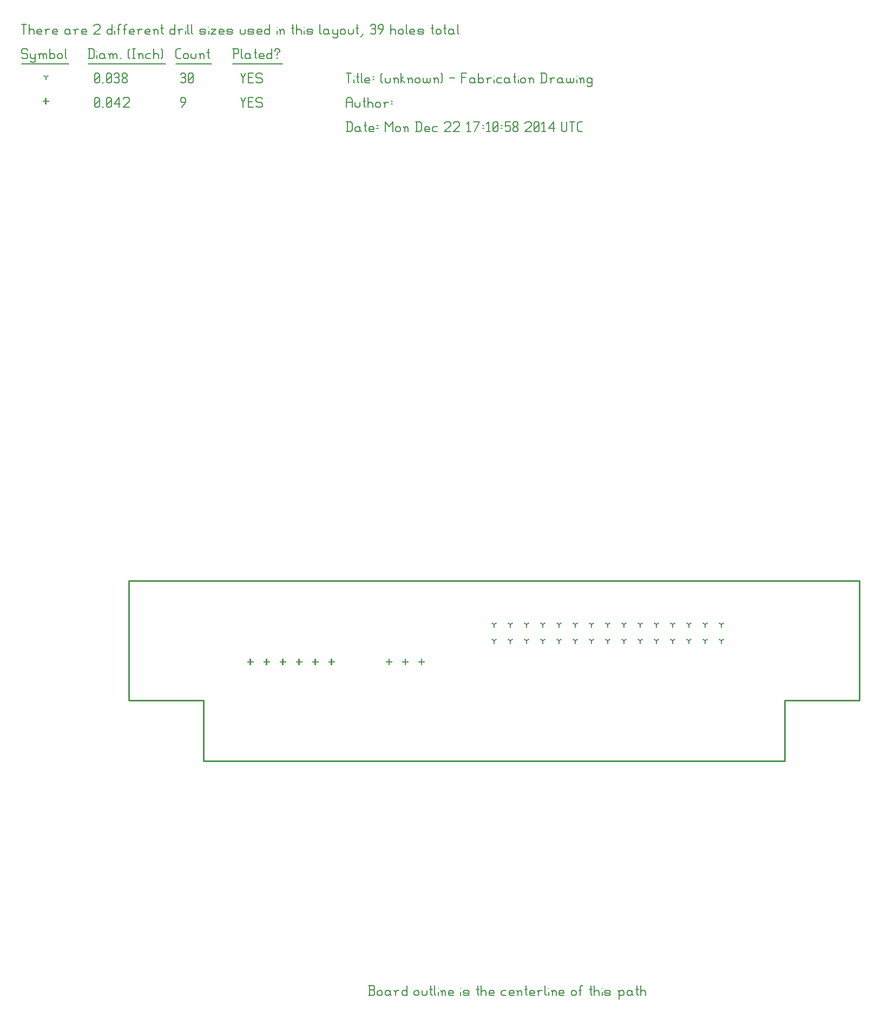
<source format=gbr>
G04 start of page 12 for group -3984 idx -3984 *
G04 Title: (unknown), fab *
G04 Creator: pcb 20110918 *
G04 CreationDate: Mon Dec 22 17:10:58 2014 UTC *
G04 For: fosse *
G04 Format: Gerber/RS-274X *
G04 PCB-Dimensions: 600000 500000 *
G04 PCB-Coordinate-Origin: lower left *
%MOIN*%
%FSLAX25Y25*%
%LNFAB*%
%ADD49C,0.0100*%
%ADD48C,0.0075*%
%ADD47C,0.0060*%
%ADD46R,0.0080X0.0080*%
G54D46*X141000Y197600D02*Y194400D01*
X139400Y196000D02*X142600D01*
X151000Y197600D02*Y194400D01*
X149400Y196000D02*X152600D01*
X161000Y197600D02*Y194400D01*
X159400Y196000D02*X162600D01*
X171000Y197600D02*Y194400D01*
X169400Y196000D02*X172600D01*
X181000Y197600D02*Y194400D01*
X179400Y196000D02*X182600D01*
X191000Y197600D02*Y194400D01*
X189400Y196000D02*X192600D01*
X226500Y197600D02*Y194400D01*
X224900Y196000D02*X228100D01*
X236500Y197600D02*Y194400D01*
X234900Y196000D02*X238100D01*
X246500Y197600D02*Y194400D01*
X244900Y196000D02*X248100D01*
X15000Y542850D02*Y539650D01*
X13400Y541250D02*X16600D01*
G54D47*X135000Y543500D02*X136500Y540500D01*
X138000Y543500D01*
X136500Y540500D02*Y537500D01*
X139800Y540800D02*X142050D01*
X139800Y537500D02*X142800D01*
X139800Y543500D02*Y537500D01*
Y543500D02*X142800D01*
X147600D02*X148350Y542750D01*
X145350Y543500D02*X147600D01*
X144600Y542750D02*X145350Y543500D01*
X144600Y542750D02*Y541250D01*
X145350Y540500D01*
X147600D01*
X148350Y539750D01*
Y538250D01*
X147600Y537500D02*X148350Y538250D01*
X145350Y537500D02*X147600D01*
X144600Y538250D02*X145350Y537500D01*
X98750D02*X101000Y540500D01*
Y542750D02*Y540500D01*
X100250Y543500D02*X101000Y542750D01*
X98750Y543500D02*X100250D01*
X98000Y542750D02*X98750Y543500D01*
X98000Y542750D02*Y541250D01*
X98750Y540500D01*
X101000D01*
X45000Y538250D02*X45750Y537500D01*
X45000Y542750D02*Y538250D01*
Y542750D02*X45750Y543500D01*
X47250D01*
X48000Y542750D01*
Y538250D01*
X47250Y537500D02*X48000Y538250D01*
X45750Y537500D02*X47250D01*
X45000Y539000D02*X48000Y542000D01*
X49800Y537500D02*X50550D01*
X52350Y538250D02*X53100Y537500D01*
X52350Y542750D02*Y538250D01*
Y542750D02*X53100Y543500D01*
X54600D01*
X55350Y542750D01*
Y538250D01*
X54600Y537500D02*X55350Y538250D01*
X53100Y537500D02*X54600D01*
X52350Y539000D02*X55350Y542000D01*
X57150Y539750D02*X60150Y543500D01*
X57150Y539750D02*X60900D01*
X60150Y543500D02*Y537500D01*
X62700Y542750D02*X63450Y543500D01*
X65700D01*
X66450Y542750D01*
Y541250D01*
X62700Y537500D02*X66450Y541250D01*
X62700Y537500D02*X66450D01*
X291000Y209000D02*Y207400D01*
Y209000D02*X292387Y209800D01*
X291000Y209000D02*X289613Y209800D01*
X291000Y219000D02*Y217400D01*
Y219000D02*X292387Y219800D01*
X291000Y219000D02*X289613Y219800D01*
X301000Y209000D02*Y207400D01*
Y209000D02*X302387Y209800D01*
X301000Y209000D02*X299613Y209800D01*
X301000Y219000D02*Y217400D01*
Y219000D02*X302387Y219800D01*
X301000Y219000D02*X299613Y219800D01*
X311000Y209000D02*Y207400D01*
Y209000D02*X312387Y209800D01*
X311000Y209000D02*X309613Y209800D01*
X311000Y219000D02*Y217400D01*
Y219000D02*X312387Y219800D01*
X311000Y219000D02*X309613Y219800D01*
X321000Y209000D02*Y207400D01*
Y209000D02*X322387Y209800D01*
X321000Y209000D02*X319613Y209800D01*
X321000Y219000D02*Y217400D01*
Y219000D02*X322387Y219800D01*
X321000Y219000D02*X319613Y219800D01*
X331000Y209000D02*Y207400D01*
Y209000D02*X332387Y209800D01*
X331000Y209000D02*X329613Y209800D01*
X331000Y219000D02*Y217400D01*
Y219000D02*X332387Y219800D01*
X331000Y219000D02*X329613Y219800D01*
X341000Y209000D02*Y207400D01*
Y209000D02*X342387Y209800D01*
X341000Y209000D02*X339613Y209800D01*
X341000Y219000D02*Y217400D01*
Y219000D02*X342387Y219800D01*
X341000Y219000D02*X339613Y219800D01*
X351000Y209000D02*Y207400D01*
Y209000D02*X352387Y209800D01*
X351000Y209000D02*X349613Y209800D01*
X351000Y219000D02*Y217400D01*
Y219000D02*X352387Y219800D01*
X351000Y219000D02*X349613Y219800D01*
X361000Y209000D02*Y207400D01*
Y209000D02*X362387Y209800D01*
X361000Y209000D02*X359613Y209800D01*
X361000Y219000D02*Y217400D01*
Y219000D02*X362387Y219800D01*
X361000Y219000D02*X359613Y219800D01*
X371000Y209000D02*Y207400D01*
Y209000D02*X372387Y209800D01*
X371000Y209000D02*X369613Y209800D01*
X371000Y219000D02*Y217400D01*
Y219000D02*X372387Y219800D01*
X371000Y219000D02*X369613Y219800D01*
X381000Y209000D02*Y207400D01*
Y209000D02*X382387Y209800D01*
X381000Y209000D02*X379613Y209800D01*
X381000Y219000D02*Y217400D01*
Y219000D02*X382387Y219800D01*
X381000Y219000D02*X379613Y219800D01*
X391000Y209000D02*Y207400D01*
Y209000D02*X392387Y209800D01*
X391000Y209000D02*X389613Y209800D01*
X391000Y219000D02*Y217400D01*
Y219000D02*X392387Y219800D01*
X391000Y219000D02*X389613Y219800D01*
X401000Y209000D02*Y207400D01*
Y209000D02*X402387Y209800D01*
X401000Y209000D02*X399613Y209800D01*
X401000Y219000D02*Y217400D01*
Y219000D02*X402387Y219800D01*
X401000Y219000D02*X399613Y219800D01*
X411000Y209000D02*Y207400D01*
Y209000D02*X412387Y209800D01*
X411000Y209000D02*X409613Y209800D01*
X411000Y219000D02*Y217400D01*
Y219000D02*X412387Y219800D01*
X411000Y219000D02*X409613Y219800D01*
X421000Y209000D02*Y207400D01*
Y209000D02*X422387Y209800D01*
X421000Y209000D02*X419613Y209800D01*
X421000Y219000D02*Y217400D01*
Y219000D02*X422387Y219800D01*
X421000Y219000D02*X419613Y219800D01*
X431000Y209000D02*Y207400D01*
Y209000D02*X432387Y209800D01*
X431000Y209000D02*X429613Y209800D01*
X431000Y219000D02*Y217400D01*
Y219000D02*X432387Y219800D01*
X431000Y219000D02*X429613Y219800D01*
X15000Y556250D02*Y554650D01*
Y556250D02*X16387Y557050D01*
X15000Y556250D02*X13613Y557050D01*
X135000Y558500D02*X136500Y555500D01*
X138000Y558500D01*
X136500Y555500D02*Y552500D01*
X139800Y555800D02*X142050D01*
X139800Y552500D02*X142800D01*
X139800Y558500D02*Y552500D01*
Y558500D02*X142800D01*
X147600D02*X148350Y557750D01*
X145350Y558500D02*X147600D01*
X144600Y557750D02*X145350Y558500D01*
X144600Y557750D02*Y556250D01*
X145350Y555500D01*
X147600D01*
X148350Y554750D01*
Y553250D01*
X147600Y552500D02*X148350Y553250D01*
X145350Y552500D02*X147600D01*
X144600Y553250D02*X145350Y552500D01*
X98000Y557750D02*X98750Y558500D01*
X100250D01*
X101000Y557750D01*
X100250Y552500D02*X101000Y553250D01*
X98750Y552500D02*X100250D01*
X98000Y553250D02*X98750Y552500D01*
Y555800D02*X100250D01*
X101000Y557750D02*Y556550D01*
Y555050D02*Y553250D01*
Y555050D02*X100250Y555800D01*
X101000Y556550D02*X100250Y555800D01*
X102800Y553250D02*X103550Y552500D01*
X102800Y557750D02*Y553250D01*
Y557750D02*X103550Y558500D01*
X105050D01*
X105800Y557750D01*
Y553250D01*
X105050Y552500D02*X105800Y553250D01*
X103550Y552500D02*X105050D01*
X102800Y554000D02*X105800Y557000D01*
X45000Y553250D02*X45750Y552500D01*
X45000Y557750D02*Y553250D01*
Y557750D02*X45750Y558500D01*
X47250D01*
X48000Y557750D01*
Y553250D01*
X47250Y552500D02*X48000Y553250D01*
X45750Y552500D02*X47250D01*
X45000Y554000D02*X48000Y557000D01*
X49800Y552500D02*X50550D01*
X52350Y553250D02*X53100Y552500D01*
X52350Y557750D02*Y553250D01*
Y557750D02*X53100Y558500D01*
X54600D01*
X55350Y557750D01*
Y553250D01*
X54600Y552500D02*X55350Y553250D01*
X53100Y552500D02*X54600D01*
X52350Y554000D02*X55350Y557000D01*
X57150Y557750D02*X57900Y558500D01*
X59400D01*
X60150Y557750D01*
X59400Y552500D02*X60150Y553250D01*
X57900Y552500D02*X59400D01*
X57150Y553250D02*X57900Y552500D01*
Y555800D02*X59400D01*
X60150Y557750D02*Y556550D01*
Y555050D02*Y553250D01*
Y555050D02*X59400Y555800D01*
X60150Y556550D02*X59400Y555800D01*
X61950Y553250D02*X62700Y552500D01*
X61950Y554450D02*Y553250D01*
Y554450D02*X63000Y555500D01*
X63900D01*
X64950Y554450D01*
Y553250D01*
X64200Y552500D02*X64950Y553250D01*
X62700Y552500D02*X64200D01*
X61950Y556550D02*X63000Y555500D01*
X61950Y557750D02*Y556550D01*
Y557750D02*X62700Y558500D01*
X64200D01*
X64950Y557750D01*
Y556550D01*
X63900Y555500D02*X64950Y556550D01*
X3000Y573500D02*X3750Y572750D01*
X750Y573500D02*X3000D01*
X0Y572750D02*X750Y573500D01*
X0Y572750D02*Y571250D01*
X750Y570500D01*
X3000D01*
X3750Y569750D01*
Y568250D01*
X3000Y567500D02*X3750Y568250D01*
X750Y567500D02*X3000D01*
X0Y568250D02*X750Y567500D01*
X5550Y570500D02*Y568250D01*
X6300Y567500D01*
X8550Y570500D02*Y566000D01*
X7800Y565250D02*X8550Y566000D01*
X6300Y565250D02*X7800D01*
X5550Y566000D02*X6300Y565250D01*
Y567500D02*X7800D01*
X8550Y568250D01*
X11100Y569750D02*Y567500D01*
Y569750D02*X11850Y570500D01*
X12600D01*
X13350Y569750D01*
Y567500D01*
Y569750D02*X14100Y570500D01*
X14850D01*
X15600Y569750D01*
Y567500D01*
X10350Y570500D02*X11100Y569750D01*
X17400Y573500D02*Y567500D01*
Y568250D02*X18150Y567500D01*
X19650D01*
X20400Y568250D01*
Y569750D02*Y568250D01*
X19650Y570500D02*X20400Y569750D01*
X18150Y570500D02*X19650D01*
X17400Y569750D02*X18150Y570500D01*
X22200Y569750D02*Y568250D01*
Y569750D02*X22950Y570500D01*
X24450D01*
X25200Y569750D01*
Y568250D01*
X24450Y567500D02*X25200Y568250D01*
X22950Y567500D02*X24450D01*
X22200Y568250D02*X22950Y567500D01*
X27000Y573500D02*Y568250D01*
X27750Y567500D01*
X0Y564250D02*X29250D01*
X41750Y573500D02*Y567500D01*
X43700Y573500D02*X44750Y572450D01*
Y568550D01*
X43700Y567500D02*X44750Y568550D01*
X41000Y567500D02*X43700D01*
X41000Y573500D02*X43700D01*
G54D48*X46550Y572000D02*Y571850D01*
G54D47*Y569750D02*Y567500D01*
X50300Y570500D02*X51050Y569750D01*
X48800Y570500D02*X50300D01*
X48050Y569750D02*X48800Y570500D01*
X48050Y569750D02*Y568250D01*
X48800Y567500D01*
X51050Y570500D02*Y568250D01*
X51800Y567500D01*
X48800D02*X50300D01*
X51050Y568250D01*
X54350Y569750D02*Y567500D01*
Y569750D02*X55100Y570500D01*
X55850D01*
X56600Y569750D01*
Y567500D01*
Y569750D02*X57350Y570500D01*
X58100D01*
X58850Y569750D01*
Y567500D01*
X53600Y570500D02*X54350Y569750D01*
X60650Y567500D02*X61400D01*
X65900Y568250D02*X66650Y567500D01*
X65900Y572750D02*X66650Y573500D01*
X65900Y572750D02*Y568250D01*
X68450Y573500D02*X69950D01*
X69200D02*Y567500D01*
X68450D02*X69950D01*
X72500Y569750D02*Y567500D01*
Y569750D02*X73250Y570500D01*
X74000D01*
X74750Y569750D01*
Y567500D01*
X71750Y570500D02*X72500Y569750D01*
X77300Y570500D02*X79550D01*
X76550Y569750D02*X77300Y570500D01*
X76550Y569750D02*Y568250D01*
X77300Y567500D01*
X79550D01*
X81350Y573500D02*Y567500D01*
Y569750D02*X82100Y570500D01*
X83600D01*
X84350Y569750D01*
Y567500D01*
X86150Y573500D02*X86900Y572750D01*
Y568250D01*
X86150Y567500D02*X86900Y568250D01*
X41000Y564250D02*X88700D01*
X96050Y567500D02*X98000D01*
X95000Y568550D02*X96050Y567500D01*
X95000Y572450D02*Y568550D01*
Y572450D02*X96050Y573500D01*
X98000D01*
X99800Y569750D02*Y568250D01*
Y569750D02*X100550Y570500D01*
X102050D01*
X102800Y569750D01*
Y568250D01*
X102050Y567500D02*X102800Y568250D01*
X100550Y567500D02*X102050D01*
X99800Y568250D02*X100550Y567500D01*
X104600Y570500D02*Y568250D01*
X105350Y567500D01*
X106850D01*
X107600Y568250D01*
Y570500D02*Y568250D01*
X110150Y569750D02*Y567500D01*
Y569750D02*X110900Y570500D01*
X111650D01*
X112400Y569750D01*
Y567500D01*
X109400Y570500D02*X110150Y569750D01*
X114950Y573500D02*Y568250D01*
X115700Y567500D01*
X114200Y571250D02*X115700D01*
X95000Y564250D02*X117200D01*
X130750Y573500D02*Y567500D01*
X130000Y573500D02*X133000D01*
X133750Y572750D01*
Y571250D01*
X133000Y570500D02*X133750Y571250D01*
X130750Y570500D02*X133000D01*
X135550Y573500D02*Y568250D01*
X136300Y567500D01*
X140050Y570500D02*X140800Y569750D01*
X138550Y570500D02*X140050D01*
X137800Y569750D02*X138550Y570500D01*
X137800Y569750D02*Y568250D01*
X138550Y567500D01*
X140800Y570500D02*Y568250D01*
X141550Y567500D01*
X138550D02*X140050D01*
X140800Y568250D01*
X144100Y573500D02*Y568250D01*
X144850Y567500D01*
X143350Y571250D02*X144850D01*
X147100Y567500D02*X149350D01*
X146350Y568250D02*X147100Y567500D01*
X146350Y569750D02*Y568250D01*
Y569750D02*X147100Y570500D01*
X148600D01*
X149350Y569750D01*
X146350Y569000D02*X149350D01*
Y569750D02*Y569000D01*
X154150Y573500D02*Y567500D01*
X153400D02*X154150Y568250D01*
X151900Y567500D02*X153400D01*
X151150Y568250D02*X151900Y567500D01*
X151150Y569750D02*Y568250D01*
Y569750D02*X151900Y570500D01*
X153400D01*
X154150Y569750D01*
X157450Y570500D02*Y569750D01*
Y568250D02*Y567500D01*
X155950Y572750D02*Y572000D01*
Y572750D02*X156700Y573500D01*
X158200D01*
X158950Y572750D01*
Y572000D01*
X157450Y570500D02*X158950Y572000D01*
X130000Y564250D02*X160750D01*
X0Y588500D02*X3000D01*
X1500D02*Y582500D01*
X4800Y588500D02*Y582500D01*
Y584750D02*X5550Y585500D01*
X7050D01*
X7800Y584750D01*
Y582500D01*
X10350D02*X12600D01*
X9600Y583250D02*X10350Y582500D01*
X9600Y584750D02*Y583250D01*
Y584750D02*X10350Y585500D01*
X11850D01*
X12600Y584750D01*
X9600Y584000D02*X12600D01*
Y584750D02*Y584000D01*
X15150Y584750D02*Y582500D01*
Y584750D02*X15900Y585500D01*
X17400D01*
X14400D02*X15150Y584750D01*
X19950Y582500D02*X22200D01*
X19200Y583250D02*X19950Y582500D01*
X19200Y584750D02*Y583250D01*
Y584750D02*X19950Y585500D01*
X21450D01*
X22200Y584750D01*
X19200Y584000D02*X22200D01*
Y584750D02*Y584000D01*
X28950Y585500D02*X29700Y584750D01*
X27450Y585500D02*X28950D01*
X26700Y584750D02*X27450Y585500D01*
X26700Y584750D02*Y583250D01*
X27450Y582500D01*
X29700Y585500D02*Y583250D01*
X30450Y582500D01*
X27450D02*X28950D01*
X29700Y583250D01*
X33000Y584750D02*Y582500D01*
Y584750D02*X33750Y585500D01*
X35250D01*
X32250D02*X33000Y584750D01*
X37800Y582500D02*X40050D01*
X37050Y583250D02*X37800Y582500D01*
X37050Y584750D02*Y583250D01*
Y584750D02*X37800Y585500D01*
X39300D01*
X40050Y584750D01*
X37050Y584000D02*X40050D01*
Y584750D02*Y584000D01*
X44550Y587750D02*X45300Y588500D01*
X47550D01*
X48300Y587750D01*
Y586250D01*
X44550Y582500D02*X48300Y586250D01*
X44550Y582500D02*X48300D01*
X55800Y588500D02*Y582500D01*
X55050D02*X55800Y583250D01*
X53550Y582500D02*X55050D01*
X52800Y583250D02*X53550Y582500D01*
X52800Y584750D02*Y583250D01*
Y584750D02*X53550Y585500D01*
X55050D01*
X55800Y584750D01*
G54D48*X57600Y587000D02*Y586850D01*
G54D47*Y584750D02*Y582500D01*
X59850Y587750D02*Y582500D01*
Y587750D02*X60600Y588500D01*
X61350D01*
X59100Y585500D02*X60600D01*
X63600Y587750D02*Y582500D01*
Y587750D02*X64350Y588500D01*
X65100D01*
X62850Y585500D02*X64350D01*
X67350Y582500D02*X69600D01*
X66600Y583250D02*X67350Y582500D01*
X66600Y584750D02*Y583250D01*
Y584750D02*X67350Y585500D01*
X68850D01*
X69600Y584750D01*
X66600Y584000D02*X69600D01*
Y584750D02*Y584000D01*
X72150Y584750D02*Y582500D01*
Y584750D02*X72900Y585500D01*
X74400D01*
X71400D02*X72150Y584750D01*
X76950Y582500D02*X79200D01*
X76200Y583250D02*X76950Y582500D01*
X76200Y584750D02*Y583250D01*
Y584750D02*X76950Y585500D01*
X78450D01*
X79200Y584750D01*
X76200Y584000D02*X79200D01*
Y584750D02*Y584000D01*
X81750Y584750D02*Y582500D01*
Y584750D02*X82500Y585500D01*
X83250D01*
X84000Y584750D01*
Y582500D01*
X81000Y585500D02*X81750Y584750D01*
X86550Y588500D02*Y583250D01*
X87300Y582500D01*
X85800Y586250D02*X87300D01*
X94500Y588500D02*Y582500D01*
X93750D02*X94500Y583250D01*
X92250Y582500D02*X93750D01*
X91500Y583250D02*X92250Y582500D01*
X91500Y584750D02*Y583250D01*
Y584750D02*X92250Y585500D01*
X93750D01*
X94500Y584750D01*
X97050D02*Y582500D01*
Y584750D02*X97800Y585500D01*
X99300D01*
X96300D02*X97050Y584750D01*
G54D48*X101100Y587000D02*Y586850D01*
G54D47*Y584750D02*Y582500D01*
X102600Y588500D02*Y583250D01*
X103350Y582500D01*
X104850Y588500D02*Y583250D01*
X105600Y582500D01*
X110550D02*X112800D01*
X113550Y583250D01*
X112800Y584000D02*X113550Y583250D01*
X110550Y584000D02*X112800D01*
X109800Y584750D02*X110550Y584000D01*
X109800Y584750D02*X110550Y585500D01*
X112800D01*
X113550Y584750D01*
X109800Y583250D02*X110550Y582500D01*
G54D48*X115350Y587000D02*Y586850D01*
G54D47*Y584750D02*Y582500D01*
X116850Y585500D02*X119850D01*
X116850Y582500D02*X119850Y585500D01*
X116850Y582500D02*X119850D01*
X122400D02*X124650D01*
X121650Y583250D02*X122400Y582500D01*
X121650Y584750D02*Y583250D01*
Y584750D02*X122400Y585500D01*
X123900D01*
X124650Y584750D01*
X121650Y584000D02*X124650D01*
Y584750D02*Y584000D01*
X127200Y582500D02*X129450D01*
X130200Y583250D01*
X129450Y584000D02*X130200Y583250D01*
X127200Y584000D02*X129450D01*
X126450Y584750D02*X127200Y584000D01*
X126450Y584750D02*X127200Y585500D01*
X129450D01*
X130200Y584750D01*
X126450Y583250D02*X127200Y582500D01*
X134700Y585500D02*Y583250D01*
X135450Y582500D01*
X136950D01*
X137700Y583250D01*
Y585500D02*Y583250D01*
X140250Y582500D02*X142500D01*
X143250Y583250D01*
X142500Y584000D02*X143250Y583250D01*
X140250Y584000D02*X142500D01*
X139500Y584750D02*X140250Y584000D01*
X139500Y584750D02*X140250Y585500D01*
X142500D01*
X143250Y584750D01*
X139500Y583250D02*X140250Y582500D01*
X145800D02*X148050D01*
X145050Y583250D02*X145800Y582500D01*
X145050Y584750D02*Y583250D01*
Y584750D02*X145800Y585500D01*
X147300D01*
X148050Y584750D01*
X145050Y584000D02*X148050D01*
Y584750D02*Y584000D01*
X152850Y588500D02*Y582500D01*
X152100D02*X152850Y583250D01*
X150600Y582500D02*X152100D01*
X149850Y583250D02*X150600Y582500D01*
X149850Y584750D02*Y583250D01*
Y584750D02*X150600Y585500D01*
X152100D01*
X152850Y584750D01*
G54D48*X157350Y587000D02*Y586850D01*
G54D47*Y584750D02*Y582500D01*
X159600Y584750D02*Y582500D01*
Y584750D02*X160350Y585500D01*
X161100D01*
X161850Y584750D01*
Y582500D01*
X158850Y585500D02*X159600Y584750D01*
X167100Y588500D02*Y583250D01*
X167850Y582500D01*
X166350Y586250D02*X167850D01*
X169350Y588500D02*Y582500D01*
Y584750D02*X170100Y585500D01*
X171600D01*
X172350Y584750D01*
Y582500D01*
G54D48*X174150Y587000D02*Y586850D01*
G54D47*Y584750D02*Y582500D01*
X176400D02*X178650D01*
X179400Y583250D01*
X178650Y584000D02*X179400Y583250D01*
X176400Y584000D02*X178650D01*
X175650Y584750D02*X176400Y584000D01*
X175650Y584750D02*X176400Y585500D01*
X178650D01*
X179400Y584750D01*
X175650Y583250D02*X176400Y582500D01*
X183900Y588500D02*Y583250D01*
X184650Y582500D01*
X188400Y585500D02*X189150Y584750D01*
X186900Y585500D02*X188400D01*
X186150Y584750D02*X186900Y585500D01*
X186150Y584750D02*Y583250D01*
X186900Y582500D01*
X189150Y585500D02*Y583250D01*
X189900Y582500D01*
X186900D02*X188400D01*
X189150Y583250D01*
X191700Y585500D02*Y583250D01*
X192450Y582500D01*
X194700Y585500D02*Y581000D01*
X193950Y580250D02*X194700Y581000D01*
X192450Y580250D02*X193950D01*
X191700Y581000D02*X192450Y580250D01*
Y582500D02*X193950D01*
X194700Y583250D01*
X196500Y584750D02*Y583250D01*
Y584750D02*X197250Y585500D01*
X198750D01*
X199500Y584750D01*
Y583250D01*
X198750Y582500D02*X199500Y583250D01*
X197250Y582500D02*X198750D01*
X196500Y583250D02*X197250Y582500D01*
X201300Y585500D02*Y583250D01*
X202050Y582500D01*
X203550D01*
X204300Y583250D01*
Y585500D02*Y583250D01*
X206850Y588500D02*Y583250D01*
X207600Y582500D01*
X206100Y586250D02*X207600D01*
X209100Y581000D02*X210600Y582500D01*
X215100Y587750D02*X215850Y588500D01*
X217350D01*
X218100Y587750D01*
X217350Y582500D02*X218100Y583250D01*
X215850Y582500D02*X217350D01*
X215100Y583250D02*X215850Y582500D01*
Y585800D02*X217350D01*
X218100Y587750D02*Y586550D01*
Y585050D02*Y583250D01*
Y585050D02*X217350Y585800D01*
X218100Y586550D02*X217350Y585800D01*
X220650Y582500D02*X222900Y585500D01*
Y587750D02*Y585500D01*
X222150Y588500D02*X222900Y587750D01*
X220650Y588500D02*X222150D01*
X219900Y587750D02*X220650Y588500D01*
X219900Y587750D02*Y586250D01*
X220650Y585500D01*
X222900D01*
X227400Y588500D02*Y582500D01*
Y584750D02*X228150Y585500D01*
X229650D01*
X230400Y584750D01*
Y582500D01*
X232200Y584750D02*Y583250D01*
Y584750D02*X232950Y585500D01*
X234450D01*
X235200Y584750D01*
Y583250D01*
X234450Y582500D02*X235200Y583250D01*
X232950Y582500D02*X234450D01*
X232200Y583250D02*X232950Y582500D01*
X237000Y588500D02*Y583250D01*
X237750Y582500D01*
X240000D02*X242250D01*
X239250Y583250D02*X240000Y582500D01*
X239250Y584750D02*Y583250D01*
Y584750D02*X240000Y585500D01*
X241500D01*
X242250Y584750D01*
X239250Y584000D02*X242250D01*
Y584750D02*Y584000D01*
X244800Y582500D02*X247050D01*
X247800Y583250D01*
X247050Y584000D02*X247800Y583250D01*
X244800Y584000D02*X247050D01*
X244050Y584750D02*X244800Y584000D01*
X244050Y584750D02*X244800Y585500D01*
X247050D01*
X247800Y584750D01*
X244050Y583250D02*X244800Y582500D01*
X253050Y588500D02*Y583250D01*
X253800Y582500D01*
X252300Y586250D02*X253800D01*
X255300Y584750D02*Y583250D01*
Y584750D02*X256050Y585500D01*
X257550D01*
X258300Y584750D01*
Y583250D01*
X257550Y582500D02*X258300Y583250D01*
X256050Y582500D02*X257550D01*
X255300Y583250D02*X256050Y582500D01*
X260850Y588500D02*Y583250D01*
X261600Y582500D01*
X260100Y586250D02*X261600D01*
X265350Y585500D02*X266100Y584750D01*
X263850Y585500D02*X265350D01*
X263100Y584750D02*X263850Y585500D01*
X263100Y584750D02*Y583250D01*
X263850Y582500D01*
X266100Y585500D02*Y583250D01*
X266850Y582500D01*
X263850D02*X265350D01*
X266100Y583250D01*
X268650Y588500D02*Y583250D01*
X269400Y582500D01*
G54D49*X470000Y172400D02*X516000D01*
X112000D02*X66000D01*
X516000Y245900D02*Y172400D01*
X66000D02*Y245900D01*
X516000D01*
X112000Y135000D02*Y172400D01*
X470000Y135000D02*Y172400D01*
X112000Y135000D02*X470000D01*
G54D47*X213675Y-9500D02*X216675D01*
X217425Y-8750D01*
Y-6950D02*Y-8750D01*
X216675Y-6200D02*X217425Y-6950D01*
X214425Y-6200D02*X216675D01*
X214425Y-3500D02*Y-9500D01*
X213675Y-3500D02*X216675D01*
X217425Y-4250D01*
Y-5450D01*
X216675Y-6200D02*X217425Y-5450D01*
X219225Y-7250D02*Y-8750D01*
Y-7250D02*X219975Y-6500D01*
X221475D01*
X222225Y-7250D01*
Y-8750D01*
X221475Y-9500D02*X222225Y-8750D01*
X219975Y-9500D02*X221475D01*
X219225Y-8750D02*X219975Y-9500D01*
X226275Y-6500D02*X227025Y-7250D01*
X224775Y-6500D02*X226275D01*
X224025Y-7250D02*X224775Y-6500D01*
X224025Y-7250D02*Y-8750D01*
X224775Y-9500D01*
X227025Y-6500D02*Y-8750D01*
X227775Y-9500D01*
X224775D02*X226275D01*
X227025Y-8750D01*
X230325Y-7250D02*Y-9500D01*
Y-7250D02*X231075Y-6500D01*
X232575D01*
X229575D02*X230325Y-7250D01*
X237375Y-3500D02*Y-9500D01*
X236625D02*X237375Y-8750D01*
X235125Y-9500D02*X236625D01*
X234375Y-8750D02*X235125Y-9500D01*
X234375Y-7250D02*Y-8750D01*
Y-7250D02*X235125Y-6500D01*
X236625D01*
X237375Y-7250D01*
X241875D02*Y-8750D01*
Y-7250D02*X242625Y-6500D01*
X244125D01*
X244875Y-7250D01*
Y-8750D01*
X244125Y-9500D02*X244875Y-8750D01*
X242625Y-9500D02*X244125D01*
X241875Y-8750D02*X242625Y-9500D01*
X246675Y-6500D02*Y-8750D01*
X247425Y-9500D01*
X248925D01*
X249675Y-8750D01*
Y-6500D02*Y-8750D01*
X252225Y-3500D02*Y-8750D01*
X252975Y-9500D01*
X251475Y-5750D02*X252975D01*
X254475Y-3500D02*Y-8750D01*
X255225Y-9500D01*
G54D48*X256725Y-5000D02*Y-5150D01*
G54D47*Y-7250D02*Y-9500D01*
X258975Y-7250D02*Y-9500D01*
Y-7250D02*X259725Y-6500D01*
X260475D01*
X261225Y-7250D01*
Y-9500D01*
X258225Y-6500D02*X258975Y-7250D01*
X263775Y-9500D02*X266025D01*
X263025Y-8750D02*X263775Y-9500D01*
X263025Y-7250D02*Y-8750D01*
Y-7250D02*X263775Y-6500D01*
X265275D01*
X266025Y-7250D01*
X263025Y-8000D02*X266025D01*
Y-7250D02*Y-8000D01*
G54D48*X270525Y-5000D02*Y-5150D01*
G54D47*Y-7250D02*Y-9500D01*
X272775D02*X275025D01*
X275775Y-8750D01*
X275025Y-8000D02*X275775Y-8750D01*
X272775Y-8000D02*X275025D01*
X272025Y-7250D02*X272775Y-8000D01*
X272025Y-7250D02*X272775Y-6500D01*
X275025D01*
X275775Y-7250D01*
X272025Y-8750D02*X272775Y-9500D01*
X281025Y-3500D02*Y-8750D01*
X281775Y-9500D01*
X280275Y-5750D02*X281775D01*
X283275Y-3500D02*Y-9500D01*
Y-7250D02*X284025Y-6500D01*
X285525D01*
X286275Y-7250D01*
Y-9500D01*
X288825D02*X291075D01*
X288075Y-8750D02*X288825Y-9500D01*
X288075Y-7250D02*Y-8750D01*
Y-7250D02*X288825Y-6500D01*
X290325D01*
X291075Y-7250D01*
X288075Y-8000D02*X291075D01*
Y-7250D02*Y-8000D01*
X296325Y-6500D02*X298575D01*
X295575Y-7250D02*X296325Y-6500D01*
X295575Y-7250D02*Y-8750D01*
X296325Y-9500D01*
X298575D01*
X301125D02*X303375D01*
X300375Y-8750D02*X301125Y-9500D01*
X300375Y-7250D02*Y-8750D01*
Y-7250D02*X301125Y-6500D01*
X302625D01*
X303375Y-7250D01*
X300375Y-8000D02*X303375D01*
Y-7250D02*Y-8000D01*
X305925Y-7250D02*Y-9500D01*
Y-7250D02*X306675Y-6500D01*
X307425D01*
X308175Y-7250D01*
Y-9500D01*
X305175Y-6500D02*X305925Y-7250D01*
X310725Y-3500D02*Y-8750D01*
X311475Y-9500D01*
X309975Y-5750D02*X311475D01*
X313725Y-9500D02*X315975D01*
X312975Y-8750D02*X313725Y-9500D01*
X312975Y-7250D02*Y-8750D01*
Y-7250D02*X313725Y-6500D01*
X315225D01*
X315975Y-7250D01*
X312975Y-8000D02*X315975D01*
Y-7250D02*Y-8000D01*
X318525Y-7250D02*Y-9500D01*
Y-7250D02*X319275Y-6500D01*
X320775D01*
X317775D02*X318525Y-7250D01*
X322575Y-3500D02*Y-8750D01*
X323325Y-9500D01*
G54D48*X324825Y-5000D02*Y-5150D01*
G54D47*Y-7250D02*Y-9500D01*
X327075Y-7250D02*Y-9500D01*
Y-7250D02*X327825Y-6500D01*
X328575D01*
X329325Y-7250D01*
Y-9500D01*
X326325Y-6500D02*X327075Y-7250D01*
X331875Y-9500D02*X334125D01*
X331125Y-8750D02*X331875Y-9500D01*
X331125Y-7250D02*Y-8750D01*
Y-7250D02*X331875Y-6500D01*
X333375D01*
X334125Y-7250D01*
X331125Y-8000D02*X334125D01*
Y-7250D02*Y-8000D01*
X338625Y-7250D02*Y-8750D01*
Y-7250D02*X339375Y-6500D01*
X340875D01*
X341625Y-7250D01*
Y-8750D01*
X340875Y-9500D02*X341625Y-8750D01*
X339375Y-9500D02*X340875D01*
X338625Y-8750D02*X339375Y-9500D01*
X344175Y-4250D02*Y-9500D01*
Y-4250D02*X344925Y-3500D01*
X345675D01*
X343425Y-6500D02*X344925D01*
X350625Y-3500D02*Y-8750D01*
X351375Y-9500D01*
X349875Y-5750D02*X351375D01*
X352875Y-3500D02*Y-9500D01*
Y-7250D02*X353625Y-6500D01*
X355125D01*
X355875Y-7250D01*
Y-9500D01*
G54D48*X357675Y-5000D02*Y-5150D01*
G54D47*Y-7250D02*Y-9500D01*
X359925D02*X362175D01*
X362925Y-8750D01*
X362175Y-8000D02*X362925Y-8750D01*
X359925Y-8000D02*X362175D01*
X359175Y-7250D02*X359925Y-8000D01*
X359175Y-7250D02*X359925Y-6500D01*
X362175D01*
X362925Y-7250D01*
X359175Y-8750D02*X359925Y-9500D01*
X368175Y-7250D02*Y-11750D01*
X367425Y-6500D02*X368175Y-7250D01*
X368925Y-6500D01*
X370425D01*
X371175Y-7250D01*
Y-8750D01*
X370425Y-9500D02*X371175Y-8750D01*
X368925Y-9500D02*X370425D01*
X368175Y-8750D02*X368925Y-9500D01*
X375225Y-6500D02*X375975Y-7250D01*
X373725Y-6500D02*X375225D01*
X372975Y-7250D02*X373725Y-6500D01*
X372975Y-7250D02*Y-8750D01*
X373725Y-9500D01*
X375975Y-6500D02*Y-8750D01*
X376725Y-9500D01*
X373725D02*X375225D01*
X375975Y-8750D01*
X379275Y-3500D02*Y-8750D01*
X380025Y-9500D01*
X378525Y-5750D02*X380025D01*
X381525Y-3500D02*Y-9500D01*
Y-7250D02*X382275Y-6500D01*
X383775D01*
X384525Y-7250D01*
Y-9500D01*
X200750Y528500D02*Y522500D01*
X202700Y528500D02*X203750Y527450D01*
Y523550D01*
X202700Y522500D02*X203750Y523550D01*
X200000Y522500D02*X202700D01*
X200000Y528500D02*X202700D01*
X207800Y525500D02*X208550Y524750D01*
X206300Y525500D02*X207800D01*
X205550Y524750D02*X206300Y525500D01*
X205550Y524750D02*Y523250D01*
X206300Y522500D01*
X208550Y525500D02*Y523250D01*
X209300Y522500D01*
X206300D02*X207800D01*
X208550Y523250D01*
X211850Y528500D02*Y523250D01*
X212600Y522500D01*
X211100Y526250D02*X212600D01*
X214850Y522500D02*X217100D01*
X214100Y523250D02*X214850Y522500D01*
X214100Y524750D02*Y523250D01*
Y524750D02*X214850Y525500D01*
X216350D01*
X217100Y524750D01*
X214100Y524000D02*X217100D01*
Y524750D02*Y524000D01*
X218900Y526250D02*X219650D01*
X218900Y524750D02*X219650D01*
X224150Y528500D02*Y522500D01*
Y528500D02*X226400Y525500D01*
X228650Y528500D01*
Y522500D01*
X230450Y524750D02*Y523250D01*
Y524750D02*X231200Y525500D01*
X232700D01*
X233450Y524750D01*
Y523250D01*
X232700Y522500D02*X233450Y523250D01*
X231200Y522500D02*X232700D01*
X230450Y523250D02*X231200Y522500D01*
X236000Y524750D02*Y522500D01*
Y524750D02*X236750Y525500D01*
X237500D01*
X238250Y524750D01*
Y522500D01*
X235250Y525500D02*X236000Y524750D01*
X243500Y528500D02*Y522500D01*
X245450Y528500D02*X246500Y527450D01*
Y523550D01*
X245450Y522500D02*X246500Y523550D01*
X242750Y522500D02*X245450D01*
X242750Y528500D02*X245450D01*
X249050Y522500D02*X251300D01*
X248300Y523250D02*X249050Y522500D01*
X248300Y524750D02*Y523250D01*
Y524750D02*X249050Y525500D01*
X250550D01*
X251300Y524750D01*
X248300Y524000D02*X251300D01*
Y524750D02*Y524000D01*
X253850Y525500D02*X256100D01*
X253100Y524750D02*X253850Y525500D01*
X253100Y524750D02*Y523250D01*
X253850Y522500D01*
X256100D01*
X260600Y527750D02*X261350Y528500D01*
X263600D01*
X264350Y527750D01*
Y526250D01*
X260600Y522500D02*X264350Y526250D01*
X260600Y522500D02*X264350D01*
X266150Y527750D02*X266900Y528500D01*
X269150D01*
X269900Y527750D01*
Y526250D01*
X266150Y522500D02*X269900Y526250D01*
X266150Y522500D02*X269900D01*
X274400Y527300D02*X275600Y528500D01*
Y522500D01*
X274400D02*X276650D01*
X279200D02*X282200Y528500D01*
X278450D02*X282200D01*
X284000Y526250D02*X284750D01*
X284000Y524750D02*X284750D01*
X286550Y527300D02*X287750Y528500D01*
Y522500D01*
X286550D02*X288800D01*
X290600Y523250D02*X291350Y522500D01*
X290600Y527750D02*Y523250D01*
Y527750D02*X291350Y528500D01*
X292850D01*
X293600Y527750D01*
Y523250D01*
X292850Y522500D02*X293600Y523250D01*
X291350Y522500D02*X292850D01*
X290600Y524000D02*X293600Y527000D01*
X295400Y526250D02*X296150D01*
X295400Y524750D02*X296150D01*
X297950Y528500D02*X300950D01*
X297950D02*Y525500D01*
X298700Y526250D01*
X300200D01*
X300950Y525500D01*
Y523250D01*
X300200Y522500D02*X300950Y523250D01*
X298700Y522500D02*X300200D01*
X297950Y523250D02*X298700Y522500D01*
X302750Y523250D02*X303500Y522500D01*
X302750Y524450D02*Y523250D01*
Y524450D02*X303800Y525500D01*
X304700D01*
X305750Y524450D01*
Y523250D01*
X305000Y522500D02*X305750Y523250D01*
X303500Y522500D02*X305000D01*
X302750Y526550D02*X303800Y525500D01*
X302750Y527750D02*Y526550D01*
Y527750D02*X303500Y528500D01*
X305000D01*
X305750Y527750D01*
Y526550D01*
X304700Y525500D02*X305750Y526550D01*
X310250Y527750D02*X311000Y528500D01*
X313250D01*
X314000Y527750D01*
Y526250D01*
X310250Y522500D02*X314000Y526250D01*
X310250Y522500D02*X314000D01*
X315800Y523250D02*X316550Y522500D01*
X315800Y527750D02*Y523250D01*
Y527750D02*X316550Y528500D01*
X318050D01*
X318800Y527750D01*
Y523250D01*
X318050Y522500D02*X318800Y523250D01*
X316550Y522500D02*X318050D01*
X315800Y524000D02*X318800Y527000D01*
X320600Y527300D02*X321800Y528500D01*
Y522500D01*
X320600D02*X322850D01*
X324650Y524750D02*X327650Y528500D01*
X324650Y524750D02*X328400D01*
X327650Y528500D02*Y522500D01*
X332900Y528500D02*Y523250D01*
X333650Y522500D01*
X335150D01*
X335900Y523250D01*
Y528500D02*Y523250D01*
X337700Y528500D02*X340700D01*
X339200D02*Y522500D01*
X343550D02*X345500D01*
X342500Y523550D02*X343550Y522500D01*
X342500Y527450D02*Y523550D01*
Y527450D02*X343550Y528500D01*
X345500D01*
X200000Y542000D02*Y537500D01*
Y542000D02*X201050Y543500D01*
X202700D01*
X203750Y542000D01*
Y537500D01*
X200000Y540500D02*X203750D01*
X205550D02*Y538250D01*
X206300Y537500D01*
X207800D01*
X208550Y538250D01*
Y540500D02*Y538250D01*
X211100Y543500D02*Y538250D01*
X211850Y537500D01*
X210350Y541250D02*X211850D01*
X213350Y543500D02*Y537500D01*
Y539750D02*X214100Y540500D01*
X215600D01*
X216350Y539750D01*
Y537500D01*
X218150Y539750D02*Y538250D01*
Y539750D02*X218900Y540500D01*
X220400D01*
X221150Y539750D01*
Y538250D01*
X220400Y537500D02*X221150Y538250D01*
X218900Y537500D02*X220400D01*
X218150Y538250D02*X218900Y537500D01*
X223700Y539750D02*Y537500D01*
Y539750D02*X224450Y540500D01*
X225950D01*
X222950D02*X223700Y539750D01*
X227750Y541250D02*X228500D01*
X227750Y539750D02*X228500D01*
X200000Y558500D02*X203000D01*
X201500D02*Y552500D01*
G54D48*X204800Y557000D02*Y556850D01*
G54D47*Y554750D02*Y552500D01*
X207050Y558500D02*Y553250D01*
X207800Y552500D01*
X206300Y556250D02*X207800D01*
X209300Y558500D02*Y553250D01*
X210050Y552500D01*
X212300D02*X214550D01*
X211550Y553250D02*X212300Y552500D01*
X211550Y554750D02*Y553250D01*
Y554750D02*X212300Y555500D01*
X213800D01*
X214550Y554750D01*
X211550Y554000D02*X214550D01*
Y554750D02*Y554000D01*
X216350Y556250D02*X217100D01*
X216350Y554750D02*X217100D01*
X221600Y553250D02*X222350Y552500D01*
X221600Y557750D02*X222350Y558500D01*
X221600Y557750D02*Y553250D01*
X224150Y555500D02*Y553250D01*
X224900Y552500D01*
X226400D01*
X227150Y553250D01*
Y555500D02*Y553250D01*
X229700Y554750D02*Y552500D01*
Y554750D02*X230450Y555500D01*
X231200D01*
X231950Y554750D01*
Y552500D01*
X228950Y555500D02*X229700Y554750D01*
X233750Y558500D02*Y552500D01*
Y554750D02*X236000Y552500D01*
X233750Y554750D02*X235250Y556250D01*
X238550Y554750D02*Y552500D01*
Y554750D02*X239300Y555500D01*
X240050D01*
X240800Y554750D01*
Y552500D01*
X237800Y555500D02*X238550Y554750D01*
X242600D02*Y553250D01*
Y554750D02*X243350Y555500D01*
X244850D01*
X245600Y554750D01*
Y553250D01*
X244850Y552500D02*X245600Y553250D01*
X243350Y552500D02*X244850D01*
X242600Y553250D02*X243350Y552500D01*
X247400Y555500D02*Y553250D01*
X248150Y552500D01*
X248900D01*
X249650Y553250D01*
Y555500D02*Y553250D01*
X250400Y552500D01*
X251150D01*
X251900Y553250D01*
Y555500D02*Y553250D01*
X254450Y554750D02*Y552500D01*
Y554750D02*X255200Y555500D01*
X255950D01*
X256700Y554750D01*
Y552500D01*
X253700Y555500D02*X254450Y554750D01*
X258500Y558500D02*X259250Y557750D01*
Y553250D01*
X258500Y552500D02*X259250Y553250D01*
X263750Y555500D02*X266750D01*
X271250Y558500D02*Y552500D01*
Y558500D02*X274250D01*
X271250Y555800D02*X273500D01*
X278300Y555500D02*X279050Y554750D01*
X276800Y555500D02*X278300D01*
X276050Y554750D02*X276800Y555500D01*
X276050Y554750D02*Y553250D01*
X276800Y552500D01*
X279050Y555500D02*Y553250D01*
X279800Y552500D01*
X276800D02*X278300D01*
X279050Y553250D01*
X281600Y558500D02*Y552500D01*
Y553250D02*X282350Y552500D01*
X283850D01*
X284600Y553250D01*
Y554750D02*Y553250D01*
X283850Y555500D02*X284600Y554750D01*
X282350Y555500D02*X283850D01*
X281600Y554750D02*X282350Y555500D01*
X287150Y554750D02*Y552500D01*
Y554750D02*X287900Y555500D01*
X289400D01*
X286400D02*X287150Y554750D01*
G54D48*X291200Y557000D02*Y556850D01*
G54D47*Y554750D02*Y552500D01*
X293450Y555500D02*X295700D01*
X292700Y554750D02*X293450Y555500D01*
X292700Y554750D02*Y553250D01*
X293450Y552500D01*
X295700D01*
X299750Y555500D02*X300500Y554750D01*
X298250Y555500D02*X299750D01*
X297500Y554750D02*X298250Y555500D01*
X297500Y554750D02*Y553250D01*
X298250Y552500D01*
X300500Y555500D02*Y553250D01*
X301250Y552500D01*
X298250D02*X299750D01*
X300500Y553250D01*
X303800Y558500D02*Y553250D01*
X304550Y552500D01*
X303050Y556250D02*X304550D01*
G54D48*X306050Y557000D02*Y556850D01*
G54D47*Y554750D02*Y552500D01*
X307550Y554750D02*Y553250D01*
Y554750D02*X308300Y555500D01*
X309800D01*
X310550Y554750D01*
Y553250D01*
X309800Y552500D02*X310550Y553250D01*
X308300Y552500D02*X309800D01*
X307550Y553250D02*X308300Y552500D01*
X313100Y554750D02*Y552500D01*
Y554750D02*X313850Y555500D01*
X314600D01*
X315350Y554750D01*
Y552500D01*
X312350Y555500D02*X313100Y554750D01*
X320600Y558500D02*Y552500D01*
X322550Y558500D02*X323600Y557450D01*
Y553550D01*
X322550Y552500D02*X323600Y553550D01*
X319850Y552500D02*X322550D01*
X319850Y558500D02*X322550D01*
X326150Y554750D02*Y552500D01*
Y554750D02*X326900Y555500D01*
X328400D01*
X325400D02*X326150Y554750D01*
X332450Y555500D02*X333200Y554750D01*
X330950Y555500D02*X332450D01*
X330200Y554750D02*X330950Y555500D01*
X330200Y554750D02*Y553250D01*
X330950Y552500D01*
X333200Y555500D02*Y553250D01*
X333950Y552500D01*
X330950D02*X332450D01*
X333200Y553250D01*
X335750Y555500D02*Y553250D01*
X336500Y552500D01*
X337250D01*
X338000Y553250D01*
Y555500D02*Y553250D01*
X338750Y552500D01*
X339500D01*
X340250Y553250D01*
Y555500D02*Y553250D01*
G54D48*X342050Y557000D02*Y556850D01*
G54D47*Y554750D02*Y552500D01*
X344300Y554750D02*Y552500D01*
Y554750D02*X345050Y555500D01*
X345800D01*
X346550Y554750D01*
Y552500D01*
X343550Y555500D02*X344300Y554750D01*
X350600Y555500D02*X351350Y554750D01*
X349100Y555500D02*X350600D01*
X348350Y554750D02*X349100Y555500D01*
X348350Y554750D02*Y553250D01*
X349100Y552500D01*
X350600D01*
X351350Y553250D01*
X348350Y551000D02*X349100Y550250D01*
X350600D01*
X351350Y551000D01*
Y555500D02*Y551000D01*
M02*

</source>
